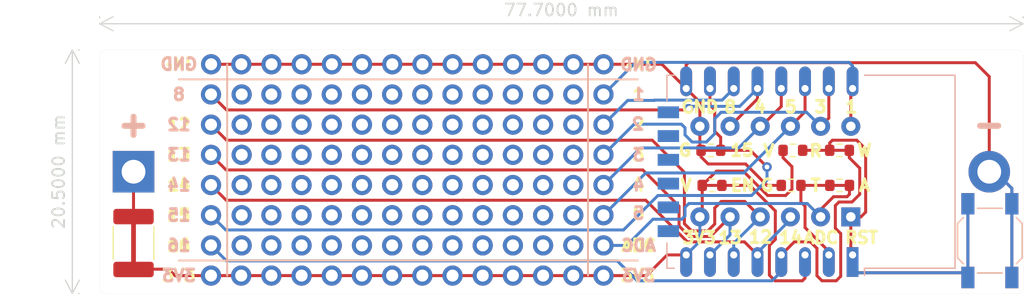
<source format=kicad_pcb>
(kicad_pcb (version 20211014) (generator pcbnew)
  (layers (0 "F.Cu" signal) (31 "B.Cu" signal) (34 "B.Paste" user) (35 "F.Paste" user) (36 "B.SilkS" user "B.Silkscreen") (37 "F.SilkS" user "F.Silkscreen") (38 "B.Mask" user) (39 "F.Mask" user) (44 "Edge.Cuts" user))
  (net 0 "")
  (net 1 "Net-(BT1-Pad1)")
  (net 2 "GND")
  (net 3 "VCC")
  (net 4 "/ADC")
  (net 5 "/IO16")
  (net 6 "/IO14")
  (net 7 "/IO12")
  (net 8 "/IO13")
  (net 15 "/IO2")
  (net 16 "/IO8")
  (net 17 "/IO4")
  (net 18 "/IO5")
  (net 19 "/IO3")
  (net 20 "/IO1")
  (net 21 "/RST")
  (net 22 "/EN")
  (net 23 "/IO15")
  (net 36 "/TOUT")
  (footprint "Resistor_SMD:R_0603_1608Metric" (layer "F.Cu") (at 119.325 71.15 180)
    (fp_text reference "R6" hide)
    (fp_text value "OPEN" hide)
    (fp_line (start -0.237258 0.5225) (end 0.237258 0.5225) (layer "F.SilkS") (width 0.12))
    (fp_line (start -0.237258 -0.5225) (end 0.237258 -0.5225) (layer "F.SilkS") (width 0.12))
    (pad "1" smd roundrect (at -0.825 0 180) (size 0.8 0.95) (layers "F.Cu" "F.Paste" "F.Mask") (net 36 "/TOUT"))
    (pad "2" smd roundrect (at 0.825 0 180) (size 0.8 0.95) (layers "F.Cu" "F.Paste" "F.Mask") (net 2 "GND"))
  )
  (footprint "2.54mm_Pin_Headers:Standalone_1x06" (layer "F.Cu") (at 88.3 63.5 -90)
    (fp_text reference "J5" hide)
    (fp_text value "Conn_01x06_Male" hide)
    (pad "1" thru_hole circle locked (at 0 0 270) (size 1.7 1.7) (drill 1.016) (layers *.Cu *.Mask))
    (pad "2" thru_hole circle locked (at 2.54 0 270) (size 1.7 1.7) (drill 1.016) (layers *.Cu *.Mask))
    (pad "3" thru_hole circle locked (at 5.08 0 270) (size 1.7 1.7) (drill 1.016) (layers *.Cu *.Mask))
    (pad "4" thru_hole circle locked (at 7.62 0 270) (size 1.7 1.7) (drill 1.016) (layers *.Cu *.Mask))
    (pad "5" thru_hole circle locked (at 10.16 0 270) (size 1.7 1.7) (drill 1.016) (layers *.Cu *.Mask))
    (pad "6" thru_hole circle locked (at 12.7 0 270) (size 1.7 1.7) (drill 1.016) (layers *.Cu *.Mask))
  )
  (footprint "2.54mm_Pin_Headers:Standalone_1x06" (layer "F.Cu") (at 75.6 63.5 -90)
    (fp_text reference "J14" hide)
    (fp_text value "Conn_01x06_Male" hide)
    (pad "1" thru_hole circle locked (at 0 0 270) (size 1.7 1.7) (drill 1.016) (layers *.Cu *.Mask))
    (pad "2" thru_hole circle locked (at 2.54 0 270) (size 1.7 1.7) (drill 1.016) (layers *.Cu *.Mask))
    (pad "3" thru_hole circle locked (at 5.08 0 270) (size 1.7 1.7) (drill 1.016) (layers *.Cu *.Mask))
    (pad "4" thru_hole circle locked (at 7.62 0 270) (size 1.7 1.7) (drill 1.016) (layers *.Cu *.Mask))
    (pad "5" thru_hole circle locked (at 10.16 0 270) (size 1.7 1.7) (drill 1.016) (layers *.Cu *.Mask))
    (pad "6" thru_hole circle locked (at 12.7 0 270) (size 1.7 1.7) (drill 1.016) (layers *.Cu *.Mask))
  )
  (footprint "2.54mm_Pin_Headers:Standalone_1x06" (layer "F.Cu") (at 93.38 63.5 -90)
    (fp_text reference "J6" hide)
    (fp_text value "Conn_01x06_Male" hide)
    (pad "1" thru_hole circle locked (at 0 0 270) (size 1.7 1.7) (drill 1.016) (layers *.Cu *.Mask))
    (pad "2" thru_hole circle locked (at 2.54 0 270) (size 1.7 1.7) (drill 1.016) (layers *.Cu *.Mask))
    (pad "3" thru_hole circle locked (at 5.08 0 270) (size 1.7 1.7) (drill 1.016) (layers *.Cu *.Mask))
    (pad "4" thru_hole circle locked (at 7.62 0 270) (size 1.7 1.7) (drill 1.016) (layers *.Cu *.Mask))
    (pad "5" thru_hole circle locked (at 10.16 0 270) (size 1.7 1.7) (drill 1.016) (layers *.Cu *.Mask))
    (pad "6" thru_hole circle locked (at 12.7 0 270) (size 1.7 1.7) (drill 1.016) (layers *.Cu *.Mask))
  )
  (footprint "Resistor_SMD:R_0603_1608Metric" (layer "F.Cu") (at 119.475 68.2)
    (fp_text reference "R3" hide)
    (fp_text value "10K" hide)
    (fp_line (start -0.237258 0.5225) (end 0.237258 0.5225) (layer "F.SilkS") (width 0.12))
    (fp_line (start -0.237258 -0.5225) (end 0.237258 -0.5225) (layer "F.SilkS") (width 0.12))
    (pad "1" smd roundrect (at -0.825 0) (size 0.8 0.95) (layers "F.Cu" "F.Paste" "F.Mask") (net 3 "VCC"))
    (pad "2" smd roundrect (at 0.825 0) (size 0.8 0.95) (layers "F.Cu" "F.Paste" "F.Mask") (net 21 "/RST"))
  )
  (footprint "KiCadBased:Fuse_1812_4532Metric_Pad1.30x3.40mm_HandSolder" (layer "F.Cu") (at 64 76 -90)
    (fp_text reference "F1" hide)
    (fp_text value "0R" hide)
    (fp_poly (pts (xy 1.7 0.2) (xy -1.7 0.2) (xy -1.7 -0.2) (xy 1.7 -0.2)) (layer "F.Cu") (width 0) (fill solid))
    (fp_line (start -1.386252 -1.71) (end 1.386252 -1.71) (layer "F.SilkS") (width 0.12))
    (fp_line (start -1.386252 1.71) (end 1.386252 1.71) (layer "F.SilkS") (width 0.12))
    (pad "1" smd roundrect (at -2.225 0 270) (size 1.3 3.4) (layers "F.Cu" "F.Paste" "F.Mask") (roundrect_rratio 0.1923076923) (net 1 "Net-(BT1-Pad1)"))
    (pad "2" smd roundrect (at 2.225 0 270) (size 1.3 3.4) (layers "F.Cu" "F.Paste" "F.Mask") (roundrect_rratio 0.1923076923) (net 3 "VCC"))
  )
  (footprint "2.54mm_Pin_Headers:Standalone_1x06" (layer "F.Cu") (at 85.76 63.5 -90)
    (fp_text reference "J12" hide)
    (fp_text value "Conn_01x06_Male" hide)
    (pad "1" thru_hole circle locked (at 0 0 270) (size 1.7 1.7) (drill 1.016) (layers *.Cu *.Mask))
    (pad "2" thru_hole circle locked (at 2.54 0 270) (size 1.7 1.7) (drill 1.016) (layers *.Cu *.Mask))
    (pad "3" thru_hole circle locked (at 5.08 0 270) (size 1.7 1.7) (drill 1.016) (layers *.Cu *.Mask))
    (pad "4" thru_hole circle locked (at 7.62 0 270) (size 1.7 1.7) (drill 1.016) (layers *.Cu *.Mask))
    (pad "5" thru_hole circle locked (at 10.16 0 270) (size 1.7 1.7) (drill 1.016) (layers *.Cu *.Mask))
    (pad "6" thru_hole circle locked (at 12.7 0 270) (size 1.7 1.7) (drill 1.016) (layers *.Cu *.Mask))
  )
  (footprint "2.54mm_Pin_Headers:Standalone_1x06" (layer "F.Cu") (at 101 63.5 -90)
    (fp_text reference "J11" hide)
    (fp_text value "Conn_01x06_Male" hide)
    (pad "1" thru_hole circle locked (at 0 0 270) (size 1.7 1.7) (drill 1.016) (layers *.Cu *.Mask))
    (pad "2" thru_hole circle locked (at 2.54 0 270) (size 1.7 1.7) (drill 1.016) (layers *.Cu *.Mask))
    (pad "3" thru_hole circle locked (at 5.08 0 270) (size 1.7 1.7) (drill 1.016) (layers *.Cu *.Mask))
    (pad "4" thru_hole circle locked (at 7.62 0 270) (size 1.7 1.7) (drill 1.016) (layers *.Cu *.Mask))
    (pad "5" thru_hole circle locked (at 10.16 0 270) (size 1.7 1.7) (drill 1.016) (layers *.Cu *.Mask))
    (pad "6" thru_hole circle locked (at 12.7 0 270) (size 1.7 1.7) (drill 1.016) (layers *.Cu *.Mask))
  )
  (footprint "2.54mm_Pin_Headers:Standalone_1x06" (layer "F.Cu") (at 73.1 63.5 -90)
    (fp_text reference "J7" hide)
    (fp_text value "Conn_01x06_Male" hide)
    (pad "1" thru_hole circle locked (at 0 0 270) (size 1.7 1.7) (drill 1.016) (layers *.Cu *.Mask))
    (pad "2" thru_hole circle locked (at 2.54 0 270) (size 1.7 1.7) (drill 1.016) (layers *.Cu *.Mask))
    (pad "3" thru_hole circle locked (at 5.08 0 270) (size 1.7 1.7) (drill 1.016) (layers *.Cu *.Mask))
    (pad "4" thru_hole circle locked (at 7.62 0 270) (size 1.7 1.7) (drill 1.016) (layers *.Cu *.Mask))
    (pad "5" thru_hole circle locked (at 10.16 0 270) (size 1.7 1.7) (drill 1.016) (layers *.Cu *.Mask))
    (pad "6" thru_hole circle locked (at 12.7 0 270) (size 1.7 1.7) (drill 1.016) (layers *.Cu *.Mask))
  )
  (footprint "KiCadBased:R_0603_1608Metric_Bridged" (layer "F.Cu") (at 123.4 68.2)
    (fp_text reference "R4" hide)
    (fp_text value "0R" hide)
    (fp_poly (pts (xy 0.45 0.125) (xy -0.45 0.125) (xy -0.45 -0.125) (xy 0.45 -0.125)) (layer "F.Cu") (width 0) (fill solid))
    (fp_line (start -0.237258 -0.5225) (end 0.237258 -0.5225) (layer "F.SilkS") (width 0.12))
    (fp_line (start -0.237258 0.5225) (end 0.237258 0.5225) (layer "F.SilkS") (width 0.12))
    (pad "1" smd roundrect (at -0.825 0) (size 0.8 0.95) (layers "F.Cu" "F.Paste" "F.Mask") (net 21 "/RST"))
    (pad "2" smd roundrect (at 0.825 0) (size 0.8 0.95) (layers "F.Cu" "F.Paste" "F.Mask") (net 5 "/IO16"))
  )
  (footprint "2.54mm_Pin_Headers:Standalone_1x06" (layer "F.Cu") (at 70.52 63.5 -90)
    (fp_text reference "J3" hide)
    (fp_text value "Conn_01x06_Male" hide)
    (pad "1" thru_hole circle locked (at 0 0 270) (size 1.7 1.7) (drill 1.016) (layers *.Cu *.Mask) (net 16 "/IO8"))
    (pad "2" thru_hole circle locked (at 2.54 0 270) (size 1.7 1.7) (drill 1.016) (layers *.Cu *.Mask) (net 7 "/IO12"))
    (pad "3" thru_hole circle locked (at 5.08 0 270) (size 1.7 1.7) (drill 1.016) (layers *.Cu *.Mask) (net 8 "/IO13"))
    (pad "4" thru_hole circle locked (at 7.62 0 270) (size 1.7 1.7) (drill 1.016) (layers *.Cu *.Mask) (net 6 "/IO14"))
    (pad "5" thru_hole circle locked (at 10.16 0 270) (size 1.7 1.7) (drill 1.016) (layers *.Cu *.Mask) (net 23 "/IO15"))
    (pad "6" thru_hole circle locked (at 12.7 0 270) (size 1.7 1.7) (drill 1.016) (layers *.Cu *.Mask) (net 5 "/IO16"))
  )
  (footprint "KiCadBased:R_0603_1608Metric_Bridged" (layer "F.Cu") (at 112.675 71.15)
    (fp_text reference "R1" hide)
    (fp_text value "0R" hide)
    (fp_poly (pts (xy 0.45 0.125) (xy -0.45 0.125) (xy -0.45 -0.125) (xy 0.45 -0.125)) (layer "F.Cu") (width 0) (fill solid))
    (fp_line (start -0.237258 0.5225) (end 0.237258 0.5225) (layer "F.SilkS") (width 0.12))
    (fp_line (start -0.237258 -0.5225) (end 0.237258 -0.5225) (layer "F.SilkS") (width 0.12))
    (pad "1" smd roundrect (at -0.825 0) (size 0.8 0.95) (layers "F.Cu" "F.Paste" "F.Mask") (net 3 "VCC"))
    (pad "2" smd roundrect (at 0.825 0) (size 0.8 0.95) (layers "F.Cu" "F.Paste" "F.Mask") (net 22 "/EN"))
  )
  (footprint "KiCadBased:R_0603_1608Metric_Bridged" (layer "F.Cu") (at 112.575 68.2)
    (fp_text reference "R2" hide)
    (fp_text value "0R" hide)
    (fp_poly (pts (xy 0.45 0.125) (xy -0.45 0.125) (xy -0.45 -0.125) (xy 0.45 -0.125)) (layer "F.Cu") (width 0) (fill solid))
    (fp_line (start -0.237258 -0.5225) (end 0.237258 -0.5225) (layer "F.SilkS") (width 0.12))
    (fp_line (start -0.237258 0.5225) (end 0.237258 0.5225) (layer "F.SilkS") (width 0.12))
    (pad "1" smd roundrect (at -0.825 0) (size 0.8 0.95) (layers "F.Cu" "F.Paste" "F.Mask") (net 2 "GND"))
    (pad "2" smd roundrect (at 0.825 0) (size 0.8 0.95) (layers "F.Cu" "F.Paste" "F.Mask") (net 23 "/IO15"))
  )
  (footprint "2.54mm_Pin_Headers:Standalone_1x06" (layer "F.Cu") (at 80.68 63.5 -90)
    (fp_text reference "J15" hide)
    (fp_text value "Conn_01x06_Male" hide)
    (pad "1" thru_hole circle locked (at 0 0 270) (size 1.7 1.7) (drill 1.016) (layers *.Cu *.Mask))
    (pad "2" thru_hole circle locked (at 2.54 0 270) (size 1.7 1.7) (drill 1.016) (layers *.Cu *.Mask))
    (pad "3" thru_hole circle locked (at 5.08 0 270) (size 1.7 1.7) (drill 1.016) (layers *.Cu *.Mask))
    (pad "4" thru_hole circle locked (at 7.62 0 270) (size 1.7 1.7) (drill 1.016) (layers *.Cu *.Mask))
    (pad "5" thru_hole circle locked (at 10.16 0 270) (size 1.7 1.7) (drill 1.016) (layers *.Cu *.Mask))
    (pad "6" thru_hole circle locked (at 12.7 0 270) (size 1.7 1.7) (drill 1.016) (layers *.Cu *.Mask))
  )
  (footprint "Button_Switch_SMD:SW_SPST_SKQG_WithStem" (layer "F.Cu") (at 136.05 75.8 90)
    (fp_text reference "SW1" hide)
    (fp_text value "SW_Push" hide)
    (fp_line (start 2.72 1.04) (end 2.72 -1.04) (layer "F.SilkS") (width 0.12))
    (fp_line (start -2.72 1.04) (end -2.72 -1.04) (layer "F.SilkS") (width 0.12))
    (fp_line (start -1.45 2.72) (end -1.94 2.23) (layer "F.SilkS") (width 0.12))
    (fp_line (start 1.45 2.72) (end 1.94 2.23) (layer "F.SilkS") (width 0.12))
    (fp_line (start 1.45 -2.72) (end 1.94 -2.23) (layer "F.SilkS") (width 0.12))
    (fp_line (start -1.45 -2.72) (end -1.94 -2.23) (layer "F.SilkS") (width 0.12))
    (fp_line (start -1.45 2.72) (end 1.45 2.72) (layer "F.SilkS") (width 0.12))
    (fp_line (start -1.45 -2.72) (end 1.45 -2.72) (layer "F.SilkS") (width 0.12))
    (pad "1" smd rect (at -3.1 -1.85 90) (size 1.8 1.1) (layers "F.Cu" "F.Paste" "F.Mask") (net 21 "/RST"))
    (pad "1" smd rect (at 3.1 -1.85 90) (size 1.8 1.1) (layers "F.Cu" "F.Paste" "F.Mask") (net 21 "/RST"))
    (pad "2" smd rect (at -3.1 1.85 90) (size 1.8 1.1) (layers "F.Cu" "F.Paste" "F.Mask") (net 2 "GND"))
    (pad "2" smd rect (at 3.1 1.85 90) (size 1.8 1.1) (layers "F.Cu" "F.Paste" "F.Mask") (net 2 "GND"))
  )
  (footprint "2.54mm_Pin_Headers:Standalone_1x06" (layer "F.Cu") (at 78.14 63.5 -90)
    (fp_text reference "J10" hide)
    (fp_text value "Conn_01x06_Male" hide)
    (pad "1" thru_hole circle locked (at 0 0 270) (size 1.7 1.7) (drill 1.016) (layers *.Cu *.Mask))
    (pad "2" thru_hole circle locked (at 2.54 0 270) (size 1.7 1.7) (drill 1.016) (layers *.Cu *.Mask))
    (pad "3" thru_hole circle locked (at 5.08 0 270) (size 1.7 1.7) (drill 1.016) (layers *.Cu *.Mask))
    (pad "4" thru_hole circle locked (at 7.62 0 270) (size 1.7 1.7) (drill 1.016) (layers *.Cu *.Mask))
    (pad "5" thru_hole circle locked (at 10.16 0 270) (size 1.7 1.7) (drill 1.016) (layers *.Cu *.Mask))
    (pad "6" thru_hole circle locked (at 12.7 0 270) (size 1.7 1.7) (drill 1.016) (layers *.Cu *.Mask))
  )
  (footprint "2.54mm_Pin_Headers:Standalone_1x06" (layer "F.Cu") (at 83.22 63.5 -90)
    (fp_text reference "J13" hide)
    (fp_text value "Conn_01x06_Male" hide)
    (pad "1" thru_hole circle locked (at 0 0 270) (size 1.7 1.7) (drill 1.016) (layers *.Cu *.Mask))
    (pad "2" thru_hole circle locked (at 2.54 0 270) (size 1.7 1.7) (drill 1.016) (layers *.Cu *.Mask))
    (pad "3" thru_hole circle locked (at 5.08 0 270) (size 1.7 1.7) (drill 1.016) (layers *.Cu *.Mask))
    (pad "4" thru_hole circle locked (at 7.62 0 270) (size 1.7 1.7) (drill 1.016) (layers *.Cu *.Mask))
    (pad "5" thru_hole circle locked (at 10.16 0 270) (size 1.7 1.7) (drill 1.016) (layers *.Cu *.Mask))
    (pad "6" thru_hole circle locked (at 12.7 0 270) (size 1.7 1.7) (drill 1.016) (layers *.Cu *.Mask))
  )
  (footprint "2.54mm_Pin_Headers:Standalone_1x14" (layer "F.Cu") (at 70.53 60.96)
    (fp_text reference "J17" hide)
    (fp_text value "Conn_01x14_Male" hide)
    (pad "1" thru_hole circle locked (at 0 0) (size 1.7 1.7) (drill 1.016) (layers *.Cu *.Mask) (net 2 "GND"))
    (pad "2" thru_hole circle locked (at 2.54 0) (size 1.7 1.7) (drill 1.016) (layers *.Cu *.Mask) (net 2 "GND"))
    (pad "3" thru_hole circle locked (at 5.08 0) (size 1.7 1.7) (drill 1.016) (layers *.Cu *.Mask) (net 2 "GND"))
    (pad "4" thru_hole circle locked (at 7.62 0) (size 1.7 1.7) (drill 1.016) (layers *.Cu *.Mask) (net 2 "GND"))
    (pad "5" thru_hole circle locked (at 10.16 0) (size 1.7 1.7) (drill 1.016) (layers *.Cu *.Mask) (net 2 "GND"))
    (pad "6" thru_hole circle locked (at 12.7 0) (size 1.7 1.7) (drill 1.016) (layers *.Cu *.Mask) (net 2 "GND"))
    (pad "7" thru_hole circle locked (at 15.24 0) (size 1.7 1.7) (drill 1.016) (layers *.Cu *.Mask) (net 2 "GND"))
    (pad "8" thru_hole circle locked (at 17.78 0) (size 1.7 1.7) (drill 1.016) (layers *.Cu *.Mask) (net 2 "GND"))
    (pad "9" thru_hole circle locked (at 20.32 0) (size 1.7 1.7) (drill 1.016) (layers *.Cu *.Mask) (net 2 "GND"))
    (pad "10" thru_hole circle locked (at 22.86 0) (size 1.7 1.7) (drill 1.016) (layers *.Cu *.Mask) (net 2 "GND"))
    (pad "11" thru_hole circle locked (at 25.4 0) (size 1.7 1.7) (drill 1.016) (layers *.Cu *.Mask) (net 2 "GND"))
    (pad "12" thru_hole circle locked (at 27.94 0) (size 1.7 1.7) (drill 1.016) (layers *.Cu *.Mask) (net 2 "GND"))
    (pad "13" thru_hole circle locked (at 30.48 0) (size 1.7 1.7) (drill 1.016) (layers *.Cu *.Mask) (net 2 "GND"))
    (pad "14" thru_hole circle locked (at 33.02 0) (size 1.7 1.7) (drill 1.016) (layers *.Cu *.Mask) (net 2 "GND"))
  )
  (footprint "2.54mm_Pin_Headers:Standalone_1x06" (layer "F.Cu") (at 103.54 76.2 90)
    (fp_text reference "J16" hide)
    (fp_text value "Conn_01x06_Male" hide)
    (pad "1" thru_hole circle locked (at 0 0 90) (size 1.7 1.7) (drill 1.016) (layers *.Cu *.Mask) (net 4 "/ADC"))
    (pad "2" thru_hole circle locked (at 2.54 0 90) (size 1.7 1.7) (drill 1.016) (layers *.Cu *.Mask) (net 18 "/IO5"))
    (pad "3" thru_hole circle locked (at 5.08 0 90) (size 1.7 1.7) (drill 1.016) (layers *.Cu *.Mask) (net 17 "/IO4"))
    (pad "4" thru_hole circle locked (at 7.62 0 90) (size 1.7 1.7) (drill 1.016) (layers *.Cu *.Mask) (net 19 "/IO3"))
    (pad "5" thru_hole circle locked (at 10.16 0 90) (size 1.7 1.7) (drill 1.016) (layers *.Cu *.Mask) (net 15 "/IO2"))
    (pad "6" thru_hole circle locked (at 12.7 0 90) (size 1.7 1.7) (drill 1.016) (layers *.Cu *.Mask) (net 20 "/IO1"))
  )
  (footprint "2.54mm_Pin_Headers:Standalone_1x06" (layer "F.Cu") (at 90.84 63.5 -90)
    (fp_text reference "J9" hide)
    (fp_text value "Conn_01x06_Male" hide)
    (pad "1" thru_hole circle locked (at 0 0 270) (size 1.7 1.7) (drill 1.016) (layers *.Cu *.Mask))
    (pad "2" thru_hole circle locked (at 2.54 0 270) (size 1.7 1.7) (drill 1.016) (layers *.Cu *.Mask))
    (pad "3" thru_hole circle locked (at 5.08 0 270) (size 1.7 1.7) (drill 1.016) (layers *.Cu *.Mask))
    (pad "4" thru_hole circle locked (at 7.62 0 270) (size 1.7 1.7) (drill 1.016) (layers *.Cu *.Mask))
    (pad "5" thru_hole circle locked (at 10.16 0 270) (size 1.7 1.7) (drill 1.016) (layers *.Cu *.Mask))
    (pad "6" thru_hole circle locked (at 12.7 0 270) (size 1.7 1.7) (drill 1.016) (layers *.Cu *.Mask))
  )
  (footprint "2.54mm_Pin_Headers:Standalone_1x14" (layer "F.Cu") (at 70.52 78.74)
    (fp_text reference "J2" hide)
    (fp_text value "Conn_01x14_Male" hide)
    (pad "1" thru_hole circle locked (at 0 0) (size 1.7 1.7) (drill 1.016) (layers *.Cu *.Mask) (net 3 "VCC"))
    (pad "2" thru_hole circle locked (at 2.54 0) (size 1.7 1.7) (drill 1.016) (layers *.Cu *.Mask) (net 3 "VCC"))
    (pad "3" thru_hole circle locked (at 5.08 0) (size 1.7 1.7) (drill 1.016) (layers *.Cu *.Mask) (net 3 "VCC"))
    (pad "4" thru_hole circle locked (at 7.62 0) (size 1.7 1.7) (drill 1.016) (layers *.Cu *.Mask) (net 3 "VCC"))
    (pad "5" thru_hole circle locked (at 10.16 0) (size 1.7 1.7) (drill 1.016) (layers *.Cu *.Mask) (net 3 "VCC"))
    (pad "6" thru_hole circle locked (at 12.7 0) (size 1.7 1.7) (drill 1.016) (layers *.Cu *.Mask) (net 3 "VCC"))
    (pad "7" thru_hole circle locked (at 15.24 0) (size 1.7 1.7) (drill 1.016) (layers *.Cu *.Mask) (net 3 "VCC"))
    (pad "8" thru_hole circle locked (at 17.78 0) (size 1.7 1.7) (drill 1.016) (layers *.Cu *.Mask) (net 3 "VCC"))
    (pad "9" thru_hole circle locked (at 20.32 0) (size 1.7 1.7) (drill 1.016) (layers *.Cu *.Mask) (net 3 "VCC"))
    (pad "10" thru_hole circle locked (at 22.86 0) (size 1.7 1.7) (drill 1.016) (layers *.Cu *.Mask) (net 3 "VCC"))
    (pad "11" thru_hole circle locked (at 25.4 0) (size 1.7 1.7) (drill 1.016) (layers *.Cu *.Mask) (net 3 "VCC"))
    (pad "12" thru_hole circle locked (at 27.94 0) (size 1.7 1.7) (drill 1.016) (layers *.Cu *.Mask) (net 3 "VCC"))
    (pad "13" thru_hole circle locked (at 30.48 0) (size 1.7 1.7) (drill 1.016) (layers *.Cu *.Mask) (net 3 "VCC"))
    (pad "14" thru_hole circle locked (at 33.02 0) (size 1.7 1.7) (drill 1.016) (layers *.Cu *.Mask) (net 3 "VCC"))
  )
  (footprint "2.54mm_Pin_Headers:Standalone_1x06" (layer "F.Cu") (at 95.92 63.5 -90)
    (fp_text reference "J4" hide)
    (fp_text value "Conn_01x06_Male" hide)
    (pad "1" thru_hole circle locked (at 0 0 270) (size 1.7 1.7) (drill 1.016) (layers *.Cu *.Mask))
    (pad "2" thru_hole circle locked (at 2.54 0 270) (size 1.7 1.7) (drill 1.016) (layers *.Cu *.Mask))
    (pad "3" thru_hole circle locked (at 5.08 0 270) (size 1.7 1.7) (drill 1.016) (layers *.Cu *.Mask))
    (pad "4" thru_hole circle locked (at 7.62 0 270) (size 1.7 1.7) (drill 1.016) (layers *.Cu *.Mask))
    (pad "5" thru_hole circle locked (at 10.16 0 270) (size 1.7 1.7) (drill 1.016) (layers *.Cu *.Mask))
    (pad "6" thru_hole circle locked (at 12.7 0 270) (size 1.7 1.7) (drill 1.016) (layers *.Cu *.Mask))
  )
  (footprint "KiCadBased:R_0603_1608Metric_Bridged" (layer "F.Cu") (at 123.41 71.15 180)
    (fp_text reference "R5" hide)
    (fp_text value "0R" hide)
    (fp_poly (pts (xy 0.45 0.125) (xy -0.45 0.125) (xy -0.45 -0.125) (xy 0.45 -0.125)) (layer "F.Cu") (width 0) (fill solid))
    (fp_line (start -0.237258 0.5225) (end 0.237258 0.5225) (layer "F.SilkS") (width 0.12))
    (fp_line (start -0.237258 -0.5225) (end 0.237258 -0.5225) (layer "F.SilkS") (width 0.12))
    (pad "1" smd roundrect (at -0.825 0 180) (size 0.8 0.95) (layers "F.Cu" "F.Paste" "F.Mask") (net 4 "/ADC"))
    (pad "2" smd roundrect (at 0.825 0 180) (size 0.8 0.95) (layers "F.Cu" "F.Paste" "F.Mask") (net 36 "/TOUT"))
  )
  (footprint "2.54mm_Pin_Headers:Standalone_1x06" (layer "F.Cu") (at 98.46 63.5 -90)
    (fp_text reference "J8" hide)
    (fp_text value "Conn_01x06_Male" hide)
    (pad "1" thru_hole circle locked (at 0 0 270) (size 1.7 1.7) (drill 1.016) (layers *.Cu *.Mask))
    (pad "2" thru_hole circle locked (at 2.54 0 270) (size 1.7 1.7) (drill 1.016) (layers *.Cu *.Mask))
    (pad "3" thru_hole circle locked (at 5.08 0 270) (size 1.7 1.7) (drill 1.016) (layers *.Cu *.Mask))
    (pad "4" thru_hole circle locked (at 7.62 0 270) (size 1.7 1.7) (drill 1.016) (layers *.Cu *.Mask))
    (pad "5" thru_hole circle locked (at 10.16 0 270) (size 1.7 1.7) (drill 1.016) (layers *.Cu *.Mask))
    (pad "6" thru_hole circle locked (at 12.7 0 270) (size 1.7 1.7) (drill 1.016) (layers *.Cu *.Mask))
  )
  (footprint "Battery:BatteryHolder_MPD_BH-18650-PC2" (layer "F.Cu") (at 64 70)
    (fp_text reference "BT1" hide)
    (fp_text value "Battery_Cell" hide)
    (pad "1" thru_hole rect (at 0 0) (size 3.5 3.5) (drill 2) (layers *.Cu *.Mask) (net 1 "Net-(BT1-Pad1)"))
    (pad "2" thru_hole circle (at 72 0) (size 3.5 3.5) (drill 2) (layers *.Cu *.Mask) (net 2 "GND"))
  )
  (footprint "Button_Switch_SMD:SW_SPST_SKQG_WithStem" (layer "B.Cu") (at 136.05 75.8 -90)
    (fp_text reference "SW2" hide)
    (fp_text value "SW_Push" hide)
    (fp_line (start -1.45 -2.72) (end -1.94 -2.23) (layer "B.SilkS") (width 0.12))
    (fp_line (start 2.72 -1.04) (end 2.72 1.04) (layer "B.SilkS") (width 0.12))
    (fp_line (start -1.45 -2.72) (end 1.45 -2.72) (layer "B.SilkS") (width 0.12))
    (fp_line (start 1.45 2.72) (end 1.94 2.23) (layer "B.SilkS") (width 0.12))
    (fp_line (start -2.72 -1.04) (end -2.72 1.04) (layer "B.SilkS") (width 0.12))
    (fp_line (start -1.45 2.72) (end 1.45 2.72) (layer "B.SilkS") (width 0.12))
    (fp_line (start -1.45 2.72) (end -1.94 2.23) (layer "B.SilkS") (width 0.12))
    (fp_line (start 1.45 -2.72) (end 1.94 -2.23) (layer "B.SilkS") (width 0.12))
    (pad "1" smd rect (at -3.1 1.85 270) (size 1.8 1.1) (layers "B.Cu" "B.Paste" "B.Mask") (net 21 "/RST"))
    (pad "1" smd rect (at 3.1 1.85 270) (size 1.8 1.1) (layers "B.Cu" "B.Paste" "B.Mask") (net 21 "/RST"))
    (pad "2" smd rect (at -3.1 -1.85 270) (size 1.8 1.1) (layers "B.Cu" "B.Paste" "B.Mask") (net 2 "GND"))
    (pad "2" smd rect (at 3.1 -1.85 270) (size 1.8 1.1) (layers "B.Cu" "B.Paste" "B.Mask") (net 2 "GND"))
  )
  (footprint "Package_DIP:DIP-12_W7.62mm" (layer "B.Cu") (at 124.35 73.8 90)
    (fp_text reference "J1" hide)
    (fp_text value "Conn_02x06_Counter_Clockwise" hide)
    (pad "1" thru_hole rect (at 0 0 90) (size 1.6 1.6) (drill 0.8) (layers *.Cu *.Mask) (net 21 "/RST"))
    (pad "2" thru_hole oval (at 0 -2.54 90) (size 1.6 1.6) (drill 0.8) (layers *.Cu *.Mask) (net 4 "/ADC"))
    (pad "3" thru_hole oval (at 0 -5.08 90) (size 1.6 1.6) (drill 0.8) (layers *.Cu *.Mask) (net 6 "/IO14"))
    (pad "4" thru_hole oval (at 0 -7.62 90) (size 1.6 1.6) (drill 0.8) (layers *.Cu *.Mask) (net 7 "/IO12"))
    (pad "5" thru_hole oval (at 0 -10.16 90) (size 1.6 1.6) (drill 0.8) (layers *.Cu *.Mask) (net 8 "/IO13"))
    (pad "6" thru_hole oval (at 0 -12.7 90) (size 1.6 1.6) (drill 0.8) (layers *.Cu *.Mask) (net 3 "VCC"))
    (pad "7" thru_hole oval (at 7.62 -12.7 90) (size 1.6 1.6) (drill 0.8) (layers *.Cu *.Mask) (net 2 "GND"))
    (pad "8" thru_hole oval (at 7.62 -10.16 90) (size 1.6 1.6) (drill 0.8) (layers *.Cu *.Mask) (net 16 "/IO8"))
    (pad "9" thru_hole oval (at 7.62 -7.62 90) (size 1.6 1.6) (drill 0.8) (layers *.Cu *.Mask) (net 17 "/IO4"))
    (pad "10" thru_hole oval (at 7.62 -5.08 90) (size 1.6 1.6) (drill 0.8) (layers *.Cu *.Mask) (net 18 "/IO5"))
    (pad "11" thru_hole oval (at 7.62 -2.54 90) (size 1.6 1.6) (drill 0.8) (layers *.Cu *.Mask) (net 19 "/IO3"))
    (pad "12" thru_hole oval (at 7.62 0 90) (size 1.6 1.6) (drill 0.8) (layers *.Cu *.Mask) (net 20 "/IO1"))
  )
  (footprint "KiCadBased:ESP-12E_THT" (layer "B.Cu") (at 121 70 90)
    (fp_text reference "U1" hide)
    (fp_text value "ESP-12F" hide)
    (fp_line (start -8.12 4.5) (end -8.73 4.5) (layer "B.SilkS") (width 0.12))
    (fp_line (start -8.12 12.12) (end 8.12 12.12) (layer "B.SilkS") (width 0.12))
    (fp_line (start -6 -12.12) (end -8.12 -12.12) (layer "B.SilkS") (width 0.12))
    (fp_line (start 8.12 -11.5) (end 8.12 -12.12) (layer "B.SilkS") (width 0.12))
    (fp_line (start 8.12 -12.12) (end 6 -12.12) (layer "B.SilkS") (width 0.12))
    (fp_line (start -8.12 -12.12) (end -8.12 -11.5) (layer "B.SilkS") (width 0.12))
    (fp_line (start 8.12 12.12) (end 8.12 4.5) (layer "B.SilkS") (width 0.12))
    (fp_line (start -8.12 4.5) (end -8.12 12.12) (layer "B.SilkS") (width 0.12))
    (pad "1" thru_hole rect (at -7 3.5 90) (size 2.5 1) (drill 0.6 (offset -0.6 0)) (layers *.Cu *.Mask) (net 21 "/RST"))
    (pad "2" thru_hole oval (at -7 1.5 90) (size 2.5 1) (drill 0.6 (offset -0.6 0)) (layers *.Cu *.Mask) (net 36 "/TOUT"))
    (pad "3" thru_hole oval (at -7 -0.5 90) (size 2.5 1) (drill 0.6 (offset -0.6 0)) (layers *.Cu *.Mask) (net 22 "/EN"))
    (pad "4" thru_hole oval (at -7 -2.5 90) (size 2.5 1) (drill 0.6 (offset -0.6 0)) (layers *.Cu *.Mask) (net 5 "/IO16"))
    (pad "5" thru_hole oval (at -7 -4.5 90) (size 2.5 1) (drill 0.6 (offset -0.6 0)) (layers *.Cu *.Mask) (net 6 "/IO14"))
    (pad "6" thru_hole oval (at -7 -6.5 90) (size 2.5 1) (drill 0.6 (offset -0.6 0)) (layers *.Cu *.Mask) (net 7 "/IO12"))
    (pad "7" thru_hole oval (at -7 -8.5 90) (size 2.5 1) (drill 0.6 (offset -0.6 0)) (layers *.Cu *.Mask) (net 8 "/IO13"))
    (pad "8" thru_hole oval (at -7 -10.5 90) (size 2.5 1) (drill 0.6 (offset -0.6 0)) (layers *.Cu *.Mask) (net 3 "VCC"))
    (pad "9" smd rect (at -5 -12 90) (size 1 1.8) (layers "B.Cu" "B.Paste" "B.Mask"))
    (pad "10" smd rect (at -3 -12 90) (size 1 1.8) (layers "B.Cu" "B.Paste" "B.Mask"))
    (pad "11" smd rect (at -1 -12 90) (size 1 1.8) (layers "B.Cu" "B.Paste" "B.Mask"))
    (pad "12" smd rect (at 1 -12 90) (size 1 1.8) (layers "B.Cu" "B.Paste" "B.Mask"))
    (pad "13" smd rect (at 3 -12 90) (size 1 1.8) (layers "B.Cu" "B.Paste" "B.Mask"))
    (pad "14" smd rect (at 5 -12 90) (size 1 1.8) (layers "B.Cu" "B.Paste" "B.Mask"))
    (pad "15" thru_hole oval (at 7 -10.5 90) (size 2.5 1) (drill 0.6 (offset 0.6 0)) (layers *.Cu *.Mask) (net 2 "GND"))
    (pad "16" thru_hole oval (at 7 -8.5 90) (size 2.5 1) (drill 0.6 (offset 0.6 0)) (layers *.Cu *.Mask) (net 23 "/IO15"))
    (pad "17" thru_hole oval (at 7 -6.5 90) (size 2.5 1) (drill 0.6 (offset 0.6 0)) (layers *.Cu *.Mask) (net 15 "/IO2"))
    (pad "18" thru_hole oval (at 7 -4.5 90) (size 2.5 1) (drill 0.6 (offset 0.6 0)) (layers *.Cu *.Mask) (net 16 "/IO8"))
    (pad "19" thru_hole oval (at 7 -2.5 90) (size 2.5 1) (drill 0.6 (offset 0.6 0)) (layers *.Cu *.Mask) (net 17 "/IO4"))
    (pad "20" thru_hole oval (at 7 -0.5 90) (size 2.5 1) (drill 0.6 (offset 0.6 0)) (layers *.Cu *.Mask) (net 18 "/IO5"))
    (pad "21" thru_hole oval (at 7 1.5 90) (size 2.5 1) (drill 0.6 (offset 0.6 0)) (layers *.Cu *.Mask) (net 19 "/IO3"))
    (pad "22" thru_hole oval (at 7 3.5 90) (size 2.5 1) (drill 0.6 (offset 0.6 0)) (layers *.Cu *.Mask) (net 20 "/IO1"))
  )
  (gr_line (start 106.426 77.47) (end 67.818 77.47) (layer "B.SilkS") (width 0.15))
  (gr_line (start 67.818 62.23) (end 106.426 62.23) (layer "B.SilkS") (width 0.15))
  (gr_line (start 71.882 78.74) (end 71.882 60.96) (layer "B.SilkS") (width 0.15))
  (gr_line (start 102.235 60.96) (end 102.235 78.74) (layer "B.SilkS") (width 0.15))
  (gr_line (start 102.235 78.74) (end 102.235 60.96) (layer "F.SilkS") (width 0.15))
  (gr_line (start 71.882 60.96) (end 71.882 78.74) (layer "F.SilkS") (width 0.15))
  (gr_line (start 67.818 62.23) (end 106.426 62.23) (layer "F.SilkS") (width 0.15))
  (gr_line (start 106.426 77.47) (end 67.818 77.47) (layer "F.SilkS") (width 0.15))
  (gr_line (start 61.65 80.25) (end 138.35 80.25) (layer "Edge.Cuts") (width 0.01))
  (gr_arc (start 138.35 59.75) (mid 138.703553 59.896447) (end 138.85 60.25) (layer "Edge.Cuts") (width 0.01))
  (gr_line (start 138.85 79.75) (end 138.85 60.25) (layer "Edge.Cuts") (width 0.01))
  (gr_arc (start 61.65 80.25) (mid 61.296447 80.103553) (end 61.15 79.75) (layer "Edge.Cuts") (width 0.01))
  (gr_arc (start 61.15 60.25) (mid 61.296447 59.896447) (end 61.65 59.75) (layer "Edge.Cuts") (width 0.01))
  (gr_arc (start 138.85 79.75) (mid 138.703553 80.103553) (end 138.35 80.25) (layer "Edge.Cuts") (width 0.01))
  (gr_line (start 61.15 60.25) (end 61.15 79.75) (layer "Edge.Cuts") (width 0.01))
  (gr_line (start 138.35 59.75) (end 61.65 59.75) (layer "Edge.Cuts") (width 0.01))
  (gr_text "ADC" (at 106.5 76.2) (layer "B.SilkS") (effects (font (size 1 1) (thickness 0.25)) (justify mirror)))
  (gr_text "8" (at 67.818 63.5) (layer "B.SilkS") (effects (font (size 1 1) (thickness 0.25)) (justify mirror)))
  (gr_text "GND" (at 106.5 61) (layer "B.SilkS") (effects (font (size 1 1) (thickness 0.25)) (justify mirror)))
  (gr_text "GND" (at 67.818 60.96) (layer "B.SilkS") (effects (font (size 1 1) (thickness 0.25)) (justify mirror)))
  (gr_text "13" (at 67.818 68.58) (layer "B.SilkS") (effects (font (size 1 1) (thickness 0.25)) (justify mirror)))
  (gr_text "1" (at 106.5 63.5) (layer "B.SilkS") (effects (font (size 1 1) (thickness 0.25)) (justify mirror)))
  (gr_text "15\n" (at 67.818 73.66) (layer "B.SilkS") (effects (font (size 1 1) (thickness 0.25)) (justify mirror)))
  (gr_text "12" (at 67.818 66.04) (layer "B.SilkS") (effects (font (size 1 1) (thickness 0.25)) (justify mirror)))
  (gr_text "14" (at 67.818 71.12) (layer "B.SilkS") (effects (font (size 1 1) (thickness 0.25)) (justify mirror)))
  (gr_text "-" (at 135.986316 65.996077) (layer "B.SilkS") (effects (font (size 2 2) (thickness 0.5)) (justify mirror)))
  (gr_text "3V3" (at 67.818 78.74) (layer "B.SilkS") (effects (font (size 1 1) (thickness 0.25)) (justify mirror)))
  (gr_text "2" (at 106.426 66) (layer "B.SilkS") (effects (font (size 1 1) (thickness 0.25)) (justify mirror)))
  (gr_text "4\n" (at 106.498416 71.12) (layer "B.SilkS") (effects (font (size 1 1) (thickness 0.25)) (justify mirror)))
  (gr_text "3\n" (at 106.498416 68.58) (layer "B.SilkS") (effects (font (size 1 1) (thickness 0.25)) (justify mirror)))
  (gr_text "5" (at 106.5 73.5) (layer "B.SilkS") (effects (font (size 1 1) (thickness 0.25)) (justify mirror)))
  (gr_text "3V3" (at 106.5 78.74) (layer "B.SilkS") (effects (font (size 1 1) (thickness 0.25)) (justify mirror)))
  (gr_text "16" (at 67.818 76.2) (layer "B.SilkS") (effects (font (size 1 1) (thickness 0.25)) (justify mirror)))
  (gr_text "+" (at 64 66) (layer "B.SilkS") (effects (font (size 2 2) (thickness 0.5)) (justify mirror)))
  (gr_text "15" (at 115.2 68.2) (layer "F.SilkS") (effects (font (size 1 1) (thickness 0.25))))
  (gr_text "-" (at 136 66) (layer "F.SilkS") (effects (font (size 2 2) (thickness 0.5))))
  (gr_text "16" (at 67.818 76.2) (layer "F.SilkS") (effects (font (size 1 1) (thickness 0.25))))
  (gr_text "V" (at 110.5 71.15) (layer "F.SilkS") (effects (font (size 1 1) (thickness 0.25)) (justify mirror)))
  (gr_text "13" (at 67.818 68.58) (layer "F.SilkS") (effects (font (size 1 1) (thickness 0.25))))
  (gr_text "14" (at 119.3 75.55) (layer "F.SilkS") (effects (font (size 1 1) (thickness 0.25))))
  (gr_text "13" (at 114.2 75.55) (layer "F.SilkS") (effects (font (size 1 1) (thickness 0.25))))
  (gr_text "GND" (at 111.65 64.55) (layer "F.SilkS") (effects (font (size 1 1) (thickness 0.25))))
  (gr_text "14" (at 67.817999 71.114698) (layer "F.SilkS") (effects (font (size 1 1) (thickness 0.25))))
  (gr_text "3V3" (at 111.6 75.55) (layer "F.SilkS") (effects (font (size 1 1) (thickness 0.25))))
  (gr_text "A" (at 125.5 71.15) (layer "F.SilkS") (effects (font (size 1 1) (thickness 0.25))))
  (gr_text "+" (at 64 66) (layer "F.SilkS") (effects (font (size 2 2) (thickness 0.5))))
  (gr_text "1" (at 106.5 63.5) (layer "F.SilkS") (effects (font (size 1 1) (thickness 0.25))))
  (gr_text "1" (at 124.4 64.55) (layer "F.SilkS") (effects (font (size 1 1) (thickness 0.25))))
  (gr_text "RST\n" (at 125.25 75.55) (layer "F.SilkS") (effects (font (size 1 1) (thickness 0.25))))
  (gr_text "R\n" (at 121.4 68.25) (layer "F.SilkS") (effects (font (size 1 1) (thickness 0.25))))
  (gr_text "3V3" (at 106.426 78.74) (layer "F.SilkS") (effects (font (size 1 1) (thickness 0.25))))
  (gr_text "5" (at 119.3 64.55) (layer "F.SilkS") (effects (font (size 1 1) (thickness 0.25))))
  (gr_text "12" (at 116.75 75.5) (layer "F.SilkS") (effects (font (size 1 1) (thickness 0.25))))
  (gr_text "EN\n" (at 115.25 71.15) (layer "F.SilkS") (effects (font (size 1 1) (thickness 0.25))))
  (gr_text "ADC" (at 106.5 76.2) (layer "F.SilkS") (effects (font (size 1 1) (thickness 0.25))))
  (gr_text "3V3" (at 67.818 78.74) (layer "F.SilkS") (effects (font (size 1 1) (thickness 0.25))))
  (gr_text "4" (at 116.7 64.55) (layer "F.SilkS") (effects (font (size 1 1) (thickness 0.25))))
  (gr_text "12" (at 67.818 66.04) (layer "F.SilkS") (effects (font (size 1 1) (thickness 0.25))))
  (gr_text "2" (at 106.5 66) (layer "F.SilkS") (effects (font (size 1 1) (thickness 0.25))))
  (gr_text "8\n" (at 114.2 64.55) (layer "F.SilkS") (effects (font (size 1 1) (thickness 0.25))))
  (gr_text "G" (at 117.3 71.15) (layer "F.SilkS") (effects (font (size 1 1) (thickness 0.25))))
  (gr_text "T" (at 121.4 71.15) (layer "F.SilkS") (effects (font (size 1 1) (thickness 0.25))))
  (gr_text "V" (at 117.45 68.25) (layer "F.SilkS") (effects (font (size 1 1) (thickness 0.25))))
  (gr_text "5" (at 106.5 73.5) (layer "F.SilkS") (effects (font (size 1 1) (thickness 0.25))))
  (gr_text "4\n" (at 106.5 71.12) (layer "F.SilkS") (effects (font (size 1 1) (thickness 0.25))))
  (gr_text "3\n" (at 106.5 68.58) (layer "F.SilkS") (effects (font (size 1 1) (thickness 0.25))))
  (gr_text "3\n" (at 121.8 64.55) (layer "F.SilkS") (effects (font (size 1 1) (thickness 0.25))))
  (gr_text "8" (at 67.818 63.5) (layer "F.SilkS") (effects (font (size 1 1) (thickness 0.25))))
  (gr_text "GND" (at 106.5 61) (layer "F.SilkS") (effects (font (size 1 1) (thickness 0.25))))
  (gr_text "15\n" (at 67.818 73.66) (layer "F.SilkS") (effects (font (size 1 1) (thickness 0.25))))
  (gr_text "G" (at 110.4 68.2) (layer "F.SilkS") (effects (font (size 1 1) (thickness 0.25))))
  (gr_text "W" (at 125.5 68.2) (layer "F.SilkS") (effects (font (size 1 1) (thickness 0.25))))
  (gr_text "GND" (at 67.818 60.96) (layer "F.SilkS") (effects (font (size 1 1) (thickness 0.25))))
  (gr_text "ADC\n" (at 121.85 75.55) (layer "F.SilkS") (effects (font (size 1 1) (thickness 0.25))))
  (dimension (type aligned) (layer "Edge.Cuts") (pts (xy 58.85 59.75) (xy 58.85 80.25)) (height 0) (gr_text "20.5000 mm" (at 57.7 70 90) (layer "Edge.Cuts") (effects (font (size 1 1) (thickness 0.15)))) (format (units 3) (units_format 1) (precision 4)) (style (thickness 0.1) (arrow_length 1.27) (text_position_mode 0) (extension_height 0.58642) (extension_offset 0.5) keep_text_aligned))
  (dimension (type aligned) (layer "Edge.Cuts") (pts (xy 61.15 57.55) (xy 138.85 57.55)) (height 0) (gr_text "77.7000 mm" (at 100 56.4) (layer "Edge.Cuts") (effects (font (size 1 1) (thickness 0.15)))) (format (units 3) (units_format 1) (precision 4)) (style (thickness 0.1) (arrow_length 1.27) (text_position_mode 0) (extension_height 0.58642) (extension_offset 0.5) keep_text_aligned))
  (segment (start 64 70) (end 64 73.775) (width 0.25) (layer "F.Cu") (net 1))
  (segment (start 137.9 71.4) (end 136.5 70) (width 0.25) (layer "F.Cu") (net 2))
  (segment (start 137.9 78.9) (end 137.9 72.7) (width 0.25) (layer "F.Cu") (net 2))
  (segment (start 136 62) (end 136 70) (width 0.25) (layer "F.Cu") (net 2))
  (segment (start 103.55 60.96) (end 70.53 60.96) (width 0.25) (layer "F.Cu") (net 2))
  (segment (start 117.3 71.15) (end 118.5 71.15) (width 0.25) (layer "F.Cu") (net 2))
  (segment (start 111.75 68.2) (end 111.75 68.75) (width 0.25) (layer "F.Cu") (net 2))
  (segment (start 136 70) (end 136.5 70) (width 0.25) (layer "F.Cu") (net 2))
  (segment (start 110.5 63) (end 111.65 64.15) (width 0.25) (layer "F.Cu") (net 2))
  (segment (start 136.6 70) (end 136 70) (width 0.25) (layer "F.Cu") (net 2))
  (segment (start 110.5 61) (end 110.5 63) (width 0.25) (layer "F.Cu") (net 2))
  (segment (start 112.35 69.35) (end 115.5 69.35) (width 0.25) (layer "F.Cu") (net 2))
  (segment (start 111.65 64.15) (end 111.65 66.18) (width 0.25) (layer "F.Cu") (net 2))
  (segment (start 134.825 60.825) (end 110.675 60.825) (width 0.25) (layer "F.Cu") (net 2))
  (segment (start 108.46 60.96) (end 103.55 60.96) (width 0.25) (layer "F.Cu") (net 2))
  (segment (start 110.5 63) (end 108.46 60.96) (width 0.25) (layer "F.Cu") (net 2))
  (segment (start 115.5 69.35) (end 117.3 71.15) (width 0.25) (layer "F.Cu") (net 2))
  (segment (start 111.65 66.18) (end 111.65 67.85) (width 0.25) (layer "F.Cu") (net 2))
  (segment (start 137.9 72.7) (end 137.9 71.4) (width 0.25) (layer "F.Cu") (net 2))
  (segment (start 111.75 68.75) (end 112.35 69.35) (width 0.25) (layer "F.Cu") (net 2))
  (segment (start 111.65 67.85) (end 112 68.2) (width 0.25) (layer "F.Cu") (net 2))
  (segment (start 134.825 60.825) (end 136 62) (width 0.25) (layer "F.Cu") (net 2))
  (segment (start 110.675 60.825) (end 110.5 61) (width 0.25) (layer "F.Cu") (net 2))
  (segment (start 137.9 72.7) (end 137.9 71.4) (width 0.25) (layer "B.Cu") (net 2))
  (segment (start 136.5 70) (end 136 70) (width 0.25) (layer "B.Cu") (net 2))
  (segment (start 137.9 71.4) (end 136.5 70) (width 0.25) (layer "B.Cu") (net 2))
  (segment (start 136.6 70) (end 136 70) (width 0.25) (layer "B.Cu") (net 2))
  (segment (start 137.9 72.7) (end 137.9 78.9) (width 0.25) (layer "B.Cu") (net 2))
  (segment (start 70.52 78.74) (end 107.16 78.74) (width 0.25) (layer "F.Cu") (net 3))
  (segment (start 64.025 78.2) (end 64 78.225) (width 0.25) (layer "F.Cu") (net 3))
  (segment (start 111.85 71.15) (end 113.05 69.95) (width 0.25) (layer "F.Cu") (net 3))
  (segment (start 67 78.25) (end 67.075 78.325) (width 0.25) (layer "F.Cu") (net 3))
  (segment (start 113.05 69.95) (end 115.3 69.95) (width 0.25) (layer "F.Cu") (net 3))
  (segment (start 108.9 77) (end 110.5 77) (width 0.25) (layer "F.Cu") (net 3))
  (segment (start 67.51 78.74) (end 70.52 78.74) (width 0.25) (layer "F.Cu") (net 3))
  (segment (start 111.65 73.8) (end 111.85 73.6) (width 0.25) (layer "F.Cu") (net 3))
  (segment (start 111.65 73.8) (end 111.9 73.55) (width 0.25) (layer "F.Cu") (net 3))
  (segment (start 66.95 78.2) (end 64.025 78.2) (width 0.25) (layer "F.Cu") (net 3))
  (segment (start 118.65 68.824695) (end 118.65 68.2) (width 0.25) (layer "F.Cu") (net 3))
  (segment (start 107.16 78.74) (end 108.9 77) (width 0.25) (layer "F.Cu") (net 3))
  (segment (start 118.867462 72) (end 119.4 71.467462) (width 0.25) (layer "F.Cu") (net 3))
  (segment (start 67.075 78.325) (end 67.5 78.75) (width 0.25) (layer "F.Cu") (net 3))
  (segment (start 67.51 78.74) (end 67.5 78.75) (width 0.25) (layer "F.Cu") (net 3))
  (segment (start 117.35 72) (end 118.867462 72) (width 0.25) (layer "F.Cu") (net 3))
  (segment (start 67.075 78.325) (end 66.95 78.2) (width 0.25) (layer "F.Cu") (net 3))
  (segment (start 115.3 69.95) (end 117.35 72) (width 0.25) (layer "F.Cu") (net 3))
  (segment (start 119.4 71.467462) (end 119.4 69.574695) (width 0.25) (layer "F.Cu") (net 3))
  (segment (start 119.4 69.574695) (end 118.65 68.824695) (width 0.25) (layer "F.Cu") (net 3))
  (segment (start 111.85 73.6) (end 111.85 71.15) (width 0.25) (layer "F.Cu") (net 3))
  (segment (start 111.65 73.8) (end 111.65 75.85) (width 0.25) (layer "B.Cu") (net 3))
  (segment (start 111.65 75.85) (end 110.5 77) (width 0.25) (layer "B.Cu") (net 3))
  (segment (start 124.035 72.1) (end 124.235 71.9) (width 0.25) (layer "F.Cu") (net 4))
  (segment (start 124.235 71.9) (end 124.235 71.15) (width 0.25) (layer "F.Cu") (net 4))
  (segment (start 121.81 73.19) (end 122.9 72.1) (width 0.25) (layer "F.Cu") (net 4))
  (segment (start 121.81 73.8) (end 121.81 73.19) (width 0.25) (layer "F.Cu") (net 4))
  (segment (start 122.9 72.1) (end 124.035 72.1) (width 0.25) (layer "F.Cu") (net 4))
  (segment (start 105.5 76.2) (end 107.7 74) (width 0.25) (layer "B.Cu") (net 4))
  (segment (start 110.4 73.725) (end 110.4 73) (width 0.25) (layer "B.Cu") (net 4))
  (segment (start 110.125 74) (end 110.4 73.725) (width 0.25) (layer "B.Cu") (net 4))
  (segment (start 103.54 76.2) (end 105.5 76.2) (width 0.25) (layer "B.Cu") (net 4))
  (segment (start 110.4 73) (end 110.725 72.675) (width 0.25) (layer "B.Cu") (net 4))
  (segment (start 107.7 74) (end 110.125 74) (width 0.25) (layer "B.Cu") (net 4))
  (segment (start 110.725 72.675) (end 120.685 72.675) (width 0.25) (layer "B.Cu") (net 4))
  (segment (start 120.685 72.675) (end 121.81 73.8) (width 0.25) (layer "B.Cu") (net 4))
  (segment (start 118.5 77) (end 119.6 75.9) (width 0.25) (layer "F.Cu") (net 5))
  (segment (start 124.45 72.55) (end 125.1 71.9) (width 0.25) (layer "F.Cu") (net 5))
  (segment (start 121.5 78.75) (end 121.925 79.175) (width 0.25) (layer "F.Cu") (net 5))
  (segment (start 123.35 72.55) (end 124.45 72.55) (width 0.25) (layer "F.Cu") (net 5))
  (segment (start 124.225 68.825) (end 124.225 68.2) (width 0.25) (layer "F.Cu") (net 5))
  (segment (start 123.125 79.175) (end 123.5 78.8) (width 0.25) (layer "F.Cu") (net 5))
  (segment (start 121.5 76.45) (end 121.5 78.75) (width 0.25) (layer "F.Cu") (net 5))
  (segment (start 123.5 75.198602) (end 123.05 74.748602) (width 0.25) (layer "F.Cu") (net 5))
  (segment (start 125.1 71.9) (end 125.1 69.7) (width 0.25) (layer "F.Cu") (net 5))
  (segment (start 120.95 75.9) (end 121.5 76.45) (width 0.25) (layer "F.Cu") (net 5))
  (segment (start 121.925 79.175) (end 123.125 79.175) (width 0.25) (layer "F.Cu") (net 5))
  (segment (start 123.5 78.8) (end 123.5 75.198602) (width 0.25) (layer "F.Cu") (net 5))
  (segment (start 123.05 74.748602) (end 123.05 72.85) (width 0.25) (layer "F.Cu") (net 5))
  (segment (start 125.1 69.7) (end 124.225 68.825) (width 0.25) (layer "F.Cu") (net 5))
  (segment (start 123.05 72.85) (end 123.35 72.55) (width 0.25) (layer "F.Cu") (net 5))
  (segment (start 119.6 75.9) (end 120.95 75.9) (width 0.25) (layer "F.Cu") (net 5))
  (segment (start 106.375 79.175) (end 104.7 77.5) (width 0.25) (layer "B.Cu") (net 5))
  (segment (start 118.5 77) (end 118.5 78.4) (width 0.25) (layer "B.Cu") (net 5))
  (segment (start 118.5 78.4) (end 117.725 79.175) (width 0.25) (layer "B.Cu") (net 5))
  (segment (start 117.725 79.175) (end 106.375 79.175) (width 0.25) (layer "B.Cu") (net 5))
  (segment (start 71.82 77.5) (end 70.52 76.2) (width 0.25) (layer "B.Cu") (net 5))
  (segment (start 104.7 77.5) (end 71.82 77.5) (width 0.25) (layer "B.Cu") (net 5))
  (segment (start 115.4 75.9) (end 116.5 77) (width 0.25) (layer "F.Cu") (net 6))
  (segment (start 70.52 71.12) (end 71.8 72.4) (width 0.25) (layer "F.Cu") (net 6))
  (segment (start 107.1 72.4) (end 110.6 75.9) (width 0.25) (layer "F.Cu") (net 6))
  (segment (start 110.6 75.9) (end 115.4 75.9) (width 0.25) (layer "F.Cu") (net 6))
  (segment (start 71.8 72.4) (end 107.1 72.4) (width 0.25) (layer "F.Cu") (net 6))
  (segment (start 116.5 77) (end 116.5 76.8) (width 0.25) (layer "B.Cu") (net 6))
  (segment (start 116.5 76.8) (end 119.27 74.03) (width 0.25) (layer "B.Cu") (net 6))
  (segment (start 119.27 74.03) (end 119.27 73.8) (width 0.25) (layer "B.Cu") (net 6))
  (segment (start 110.949594 74.976802) (end 112.323198 74.976802) (width 0.25) (layer "F.Cu") (net 7))
  (segment (start 110.35 74.377208) (end 110.949594 74.976802) (width 0.25) (layer "F.Cu") (net 7))
  (segment (start 112.9 74.4) (end 112.9 73.05) (width 0.25) (layer "F.Cu") (net 7))
  (segment (start 110.35 70.05) (end 110.35 74.377208) (width 0.25) (layer "F.Cu") (net 7))
  (segment (start 107.65 67.35) (end 110.35 70.05) (width 0.25) (layer "F.Cu") (net 7))
  (segment (start 71.83 67.35) (end 107.65 67.35) (width 0.25) (layer "F.Cu") (net 7))
  (segment (start 112.9 73.05) (end 113.45 72.5) (width 0.25) (layer "F.Cu") (net 7))
  (segment (start 115.43 72.5) (end 116.73 73.8) (width 0.25) (layer "F.Cu") (net 7))
  (segment (start 113.45 72.5) (end 115.43 72.5) (width 0.25) (layer "F.Cu") (net 7))
  (segment (start 112.323198 74.976802) (end 112.9 74.4) (width 0.25) (layer "F.Cu") (net 7))
  (segment (start 70.52 66.04) (end 71.83 67.35) (width 0.25) (layer "F.Cu") (net 7))
  (segment (start 114.5 77) (end 114.5 76.03) (width 0.25) (layer "B.Cu") (net 7))
  (segment (start 114.5 76.03) (end 116.73 73.8) (width 0.25) (layer "B.Cu") (net 7))
  (segment (start 109.9 74.563604) (end 110.786396 75.45) (width 0.25) (layer "F.Cu") (net 8))
  (segment (start 71.79 69.85) (end 106.85 69.85) (width 0.25) (layer "F.Cu") (net 8))
  (segment (start 109.9 72.9) (end 109.9 74.563604) (width 0.25) (layer "F.Cu") (net 8))
  (segment (start 70.52 68.58) (end 71.79 69.85) (width 0.25) (layer "F.Cu") (net 8))
  (segment (start 110.786396 75.45) (end 112.54 75.45) (width 0.25) (layer "F.Cu") (net 8))
  (segment (start 106.85 69.85) (end 109.9 72.9) (width 0.25) (layer "F.Cu") (net 8))
  (segment (start 112.54 75.45) (end 114.19 73.8) (width 0.25) (layer "F.Cu") (net 8))
  (segment (start 114.19 73.8) (end 114.19 75.31) (width 0.25) (layer "B.Cu") (net 8))
  (segment (start 114.19 75.31) (end 112.5 77) (width 0.25) (layer "B.Cu") (net 8))
  (segment (start 105.58 64) (end 107.8 64) (width 0.25) (layer "B.Cu") (net 15))
  (segment (start 103.54 66.04) (end 105.58 64) (width 0.25) (layer "B.Cu") (net 15))
  (segment (start 113.525 63.975) (end 114.5 63) (width 0.25) (layer "B.Cu") (net 15))
  (segment (start 107.8 64) (end 107.825 63.975) (width 0.25) (layer "B.Cu") (net 15))
  (segment (start 107.825 63.975) (end 113.525 63.975) (width 0.25) (layer "B.Cu") (net 15))
  (segment (start 110.5995 64.8) (end 71.82 64.8) (width 0.25) (layer "F.Cu") (net 16))
  (segment (start 110.7 64.6995) (end 110.5995 64.8) (width 0.25) (layer "F.Cu") (net 16))
  (segment (start 71.82 64.8) (end 70.52 63.5) (width 0.25) (layer "F.Cu") (net 16))
  (segment (start 116.5 63.87) (end 116.5 63) (width 0.25) (layer "F.Cu") (net 16))
  (segment (start 114.19 66.18) (end 116.5 63.87) (width 0.25) (layer "F.Cu") (net 16))
  (via (at 110.7 64.6995) (size 0.8) (drill 0.4) (layers "F.Cu" "B.Cu") (net 16))
  (segment (start 115 64.5) (end 116.5 63) (width 0.25) (layer "B.Cu") (net 16))
  (segment (start 110.7 64.6995) (end 110.8995 64.5) (width 0.25) (layer "B.Cu") (net 16))
  (segment (start 110.8995 64.5) (end 115 64.5) (width 0.25) (layer "B.Cu") (net 16))
  (segment (start 116.82 66.18) (end 118.5 64.5) (width 0.25) (layer "F.Cu") (net 17))
  (segment (start 116.73 66.18) (end 116.82 66.18) (width 0.25) (layer "F.Cu") (net 17))
  (segment (start 118.5 64.5) (end 118.5 63) (width 0.25) (layer "F.Cu") (net 17))
  (segment (start 103.54 71.12) (end 106.66 68) (width 0.25) (layer "B.Cu") (net 17))
  (segment (start 114.91 68) (end 116.73 66.18) (width 0.25) (layer "B.Cu") (net 17))
  (segment (start 106.66 68) (end 114.91 68) (width 0.25) (layer "B.Cu") (net 17))
  (segment (start 119.27 66.18) (end 120.5 64.95) (width 0.25) (layer "F.Cu") (net 18))
  (segment (start 120.5 64.95) (end 120.5 63) (width 0.25) (layer "F.Cu") (net 18))
  (segment (start 107.1 70.1) (end 115.35 70.1) (width 0.25) (layer "B.Cu") (net 18))
  (segment (start 115.35 70.1) (end 119.27 66.18) (width 0.25) (layer "B.Cu") (net 18))
  (segment (start 103.54 73.66) (end 107.1 70.1) (width 0.25) (layer "B.Cu") (net 18))
  (segment (start 121.81 66.18) (end 122.5 65.49) (width 0.25) (layer "F.Cu") (net 19))
  (segment (start 122.5 65.49) (end 122.5 63) (width 0.25) (layer "F.Cu") (net 19))
  (segment (start 112.2 67.5) (end 111 67.5) (width 0.25) (layer "B.Cu") (net 19))
  (segment (start 121.81 66.18) (end 120.63 65) (width 0.25) (layer "B.Cu") (net 19))
  (segment (start 112.9 66.8) (end 112.2 67.5) (width 0.25) (layer "B.Cu") (net 19))
  (segment (start 110.1 66) (end 106.12 66) (width 0.25) (layer "B.Cu") (net 19))
  (segment (start 110.4 66.3) (end 110.1 66) (width 0.25) (layer "B.Cu") (net 19))
  (segment (start 110.4 66.9) (end 110.4 66.3) (width 0.25) (layer "B.Cu") (net 19))
  (segment (start 113.439505 65) (end 112.9 65.539505) (width 0.25) (layer "B.Cu") (net 19))
  (segment (start 106.12 66) (end 103.54 68.58) (width 0.25) (layer "B.Cu") (net 19))
  (segment (start 120.63 65) (end 113.439505 65) (width 0.25) (layer "B.Cu") (net 19))
  (segment (start 111 67.5) (end 110.4 66.9) (width 0.25) (layer "B.Cu") (net 19))
  (segment (start 112.9 65.539505) (end 112.9 66.8) (width 0.25) (layer "B.Cu") (net 19))
  (segment (start 124.35 63.15) (end 124.5 63) (width 0.25) (layer "F.Cu") (net 20))
  (segment (start 124.35 66.18) (end 124.35 63.15) (width 0.25) (layer "F.Cu") (net 20))
  (segment (start 103.54 63.5) (end 106.24 60.8) (width 0.25) (layer "B.Cu") (net 20))
  (segment (start 124.5 61.1) (end 124.2 60.8) (width 0.25) (layer "B.Cu") (net 20))
  (segment (start 106.24 60.8) (end 124.2 60.8) (width 0.25) (layer "B.Cu") (net 20))
  (segment (start 124.5 63) (end 124.5 61.1) (width 0.25) (layer "B.Cu") (net 20))
  (segment (start 134.2 78.9) (end 133.8 78.5) (width 0.25) (layer "F.Cu") (net 21))
  (segment (start 124.35 73.8) (end 125.2 73.8) (width 0.25) (layer "F.Cu") (net 21))
  (segment (start 122.575 67.575) (end 122.575 68.2) (width 0.25) (layer "F.Cu") (net 21))
  (segment (start 134.2 72.7) (end 134.2 78.9) (width 0.25) (layer "F.Cu") (net 21))
  (segment (start 124.35 76.85) (end 124.35 73.8) (width 0.25) (layer "F.Cu") (net 21))
  (segment (start 124.85 67.35) (end 122.8 67.35) (width 0.25) (layer "F.Cu") (net 21))
  (segment (start 125.6 68.1) (end 124.85 67.35) (width 0.25) (layer "F.Cu") (net 21))
  (segment (start 120.3 68.2) (end 122.575 68.2) (width 0.25) (layer "F.Cu") (net 21))
  (segment (start 124.5 77) (end 124.35 76.85) (width 0.25) (layer "F.Cu") (net 21))
  (segment (start 125.2 73.8) (end 125.6 73.4) (width 0.25) (layer "F.Cu") (net 21))
  (segment (start 124.5 77) (end 124.5 78.5) (width 0.25) (layer "F.Cu") (net 21))
  (segment (start 125.6 73.4) (end 125.6 68.1) (width 0.25) (layer "F.Cu") (net 21))
  (segment (start 122.8 67.35) (end 122.575 67.575) (width 0.25) (layer "F.Cu") (net 21))
  (segment (start 134 78.5) (end 134.4 78.9) (width 0.25) (layer "F.Cu") (net 21))
  (segment (start 133.8 78.5) (end 124.5 78.5) (width 0.25) (layer "F.Cu") (net 21))
  (segment (start 134.2 78.9) (end 133.8 78.5) (width 0.25) (layer "B.Cu") (net 21))
  (segment (start 133.8 78.5) (end 124.5 78.5) (width 0.25) (layer "B.Cu") (net 21))
  (segment (start 134.2 78.9) (end 134.2 72.7) (width 0.25) (layer "B.Cu") (net 21))
  (segment (start 124.5 78.5) (end 124.5 77) (width 0.25) (layer "B.Cu") (net 21))
  (segment (start 120.5 78.95) (end 120.275 79.175) (width 0.25) (layer "F.Cu") (net 22))
  (segment (start 117.5 76.2) (end 118 75.7) (width 0.25) (layer "F.Cu") (net 22))
  (segment (start 118 75.7) (end 118 73.3) (width 0.25) (layer "F.Cu") (net 22))
  (segment (start 118 73.3) (end 115.85 71.15) (width 0.25) (layer "F.Cu") (net 22))
  (segment (start 117.975 79.175) (end 117.5 78.7) (width 0.25) (layer "F.Cu") (net 22))
  (segment (start 120.5 77) (end 120.5 78.95) (width 0.25) (layer "F.Cu") (net 22))
  (segment (start 115.85 71.15) (end 113.5 71.15) (width 0.25) (layer "F.Cu") (net 22))
  (segment (start 117.5 78.7) (end 117.5 76.2) (width 0.25) (layer "F.Cu") (net 22))
  (segment (start 120.275 79.175) (end 117.975 79.175) (width 0.25) (layer "F.Cu") (net 22))
  (segment (start 112.5 63) (end 112.5 64.4) (width 0.25) (layer "F.Cu") (net 23))
  (segment (start 115.9 68.2) (end 113.4 68.2) (width 0.25) (layer "F.Cu") (net 23))
  (segment (start 112.9 66.6) (end 113.4 67.1) (width 0.25) (layer "F.Cu") (net 23))
  (segment (start 112.9 64.8) (end 112.9 66.6) (width 0.25) (layer "F.Cu") (net 23))
  (segment (start 113.4 67.1) (end 113.4 68.2) (width 0.25) (layer "F.Cu") (net 23))
  (segment (start 117.3 69.6) (end 115.9 68.2) (width 0.25) (layer "F.Cu") (net 23))
  (segment (start 112.5 64.4) (end 112.9 64.8) (width 0.25) (layer "F.Cu") (net 23))
  (via (at 117.3 69.6) (size 0.8) (drill 0.4) (layers "F.Cu" "B.Cu") (net 23))
  (segment (start 71.76 74.9) (end 70.52 73.66) (width 0.25) (layer "B.Cu") (net 23))
  (segment (start 105.225 74.9) (end 71.76 74.9) (width 0.25) (layer "B.Cu") (net 23))
  (segment (start 117.3 70.7) (end 116 72) (width 0.25) (layer "B.Cu") (net 23))
  (segment (start 108.125 72) (end 105.225 74.9) (width 0.25) (layer "B.Cu") (net 23))
  (segment (start 117.3 69.6) (end 117.3 70.7) (width 0.25) (layer "B.Cu") (net 23))
  (segment (start 116 72) (end 108.125 72) (width 0.25) (layer "B.Cu") (net 23))
  (segment (start 120.5 74.7) (end 122.5 76.7) (width 0.25) (layer "F.Cu") (net 36))
  (segment (start 120.15 71.15) (end 122.585 71.15) (width 0.25) (layer "F.Cu") (net 36))
  (segment (start 122.5 76.7) (end 122.5 77) (width 0.25) (layer "F.Cu") (net 36))
  (segment (start 120.15 72.55) (end 120.15 71.15) (width 0.25) (layer "F.Cu") (net 36))
  (segment (start 120.15 72.55) (end 120.5 72.9) (width 0.25) (layer "F.Cu") (net 36))
  (segment (start 120.5 72.9) (end 120.5 74.7) (width 0.25) (layer "F.Cu") (net 36))
)
</source>
